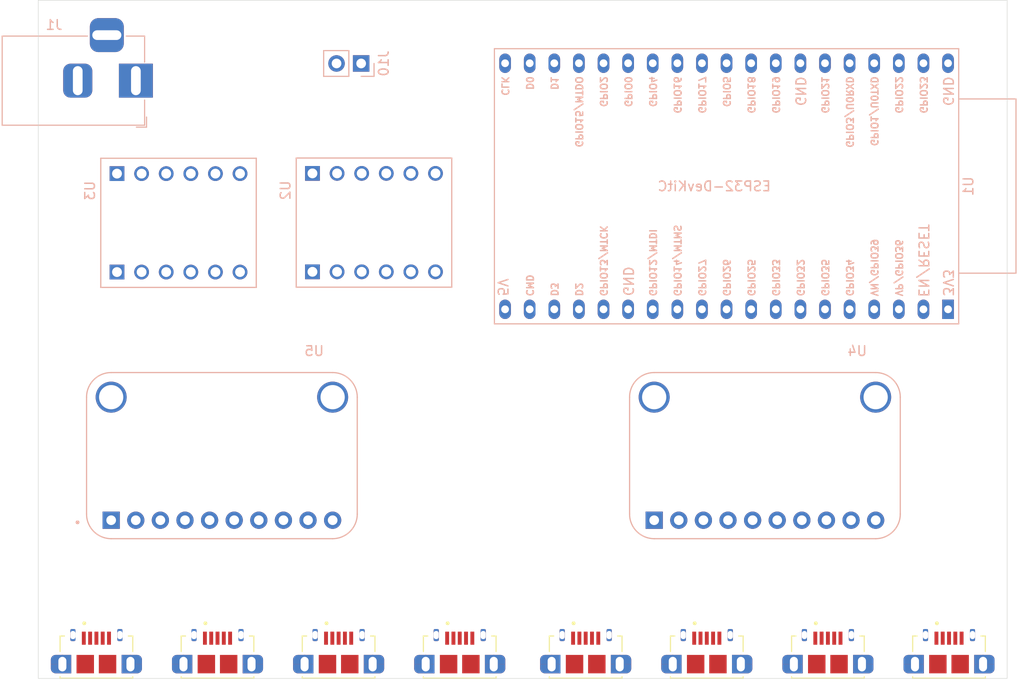
<source format=kicad_pcb>
(kicad_pcb (version 20240108) (generator "pcbnew") (generator_version "8.0")
  (layers (0 "F.Cu" signal) (31 "B.Cu" signal) (34 "B.Paste" user) (35 "F.Paste" user) (36 "B.SilkS" user "B.Silkscreen") (37 "F.SilkS" user "F.Silkscreen") (38 "B.Mask" user) (39 "F.Mask" user) (44 "Edge.Cuts" user))
  (net 0 "")
  (net 3 "/GND")
  (net 5 "/9")
  (net 7 "/14")
  (net 11 "/10")
  (net 19 "/SETUP_MODE_BUTTON")
  (net 22 "/SDA")
  (net 23 "/7")
  (net 24 "/8")
  (net 25 "/SCL")
  (net 26 "/ADDR1_H")
  (net 27 "/5V")
  (net 28 "/3V3")
  (net 29 "/~{EN0}")
  (net 30 "/A0")
  (net 31 "/~{EN1}")
  (net 32 "/A1")
  (net 33 "/~{EN2}")
  (net 34 "/A2")
  (net 35 "/A3")
  (net 36 "/~{EN3}")
  (net 37 "/A4")
  (net 38 "/~{EN4}")
  (net 39 "/~{EN6}")
  (net 40 "/A6")
  (net 41 "/A5")
  (net 42 "/~{EN5}")
  (net 43 "/A7")
  (net 44 "/~{EN7}")
  (net 45 "/ALRT2_H")
  (net 46 "/ALRT1")
  (net 47 "/ALRT1_H")
  (net 48 "/ADDR2_H")
  (net 49 "/ADDR1")
  (net 50 "/ADDR2")
  (net 51 "/ALRT2")
  (net 54 "/SDA_H")
  (net 55 "/SCL_H")
  (net 58 "/15")
  (footprint "MicroUSB:HRS_ZX62D-B-5P8" (layer "F.Cu") (at 94 93.445)
    (property "Reference" "J4" (hide yes))
    (property "Value" "CH2")
  )
  (footprint "MicroUSB:HRS_ZX62D-B-5P8" (layer "F.Cu") (at 43.5 93.445)
    (property "Reference" "J8" (hide yes))
    (property "Value" "CH6")
  )
  (footprint "MicroUSB:HRS_ZX62D-B-5P8" (layer "F.Cu") (at 31 93.445)
    (property "Reference" "J9" (hide yes))
    (property "Value" "CH7")
  )
  (footprint "MicroUSB:HRS_ZX62D-B-5P8" (layer "F.Cu") (at 119 93.445)
    (property "Reference" "J2" (hide yes))
    (property "Value" "CH0")
  )
  (footprint "MicroUSB:HRS_ZX62D-B-5P8" (layer "F.Cu") (at 68.5 93.445)
    (property "Reference" "J6" (hide yes))
    (property "Value" "CH4")
  )
  (footprint "MicroUSB:HRS_ZX62D-B-5P8" (layer "F.Cu") (at 106.5 93.445)
    (property "Reference" "J3" (hide yes))
    (property "Value" "CH1")
  )
  (footprint "MicroUSB:HRS_ZX62D-B-5P8" (layer "F.Cu") (at 56 93.445)
    (property "Reference" "J7" (hide yes))
    (property "Value" "CH5")
  )
  (footprint "MicroUSB:HRS_ZX62D-B-5P8" (layer "F.Cu") (at 81.5 93.445)
    (property "Reference" "J5" (hide yes))
    (property "Value" "CH3")
  )
  (footprint "BOB-12009:CONV_BOB-12009" (layer "B.Cu") (at 39.475 47.975 -90)
    (property "Reference" "U3")
    (property "Value" "I2C LVL SHIFTER")
  )
  (footprint "PCM_Espressif:ESP32-DevKitC" (layer "B.Cu") (at 120 30 90)
    (property "Reference" "U1")
    (property "Value" "ESP32-DevKitC")
  )
  (footprint "Connector_BarrelJack:BarrelJack_Horizontal" (layer "B.Cu") (at 35.075 33.3)
    (property "Reference" "J1")
    (property "Value" "5V DC")
  )
  (footprint "Connector_PinHeader_2.54mm:PinHeader_1x02_P2.54mm_Vertical" (layer "B.Cu") (at 58.325 31.525 90)
    (property "Reference" "J10")
    (property "Value" "SETUP BUTTON")
  )
  (footprint "BOB-12009:CONV_BOB-12009" (layer "B.Cu") (at 59.65 47.95 -90)
    (property "Reference" "U2")
    (property "Value" "I2C LVL SHIFTER")
  )
  (footprint "ZC261500:MODULE_ZC261500" (layer "B.Cu") (at 43.9535 72 180)
    (property "Reference" "U5")
    (property "Value" "ADS1115")
  )
  (footprint "ZC261500:MODULE_ZC261500" (layer "B.Cu") (at 100 72 180)
    (property "Reference" "U4")
    (property "Value" "ADS1115")
  )
  (gr_rect (start 25 25) (end 125 95) (stroke (width 0.05)) (fill none) (layer "Edge.Cuts"))
)
</source>
